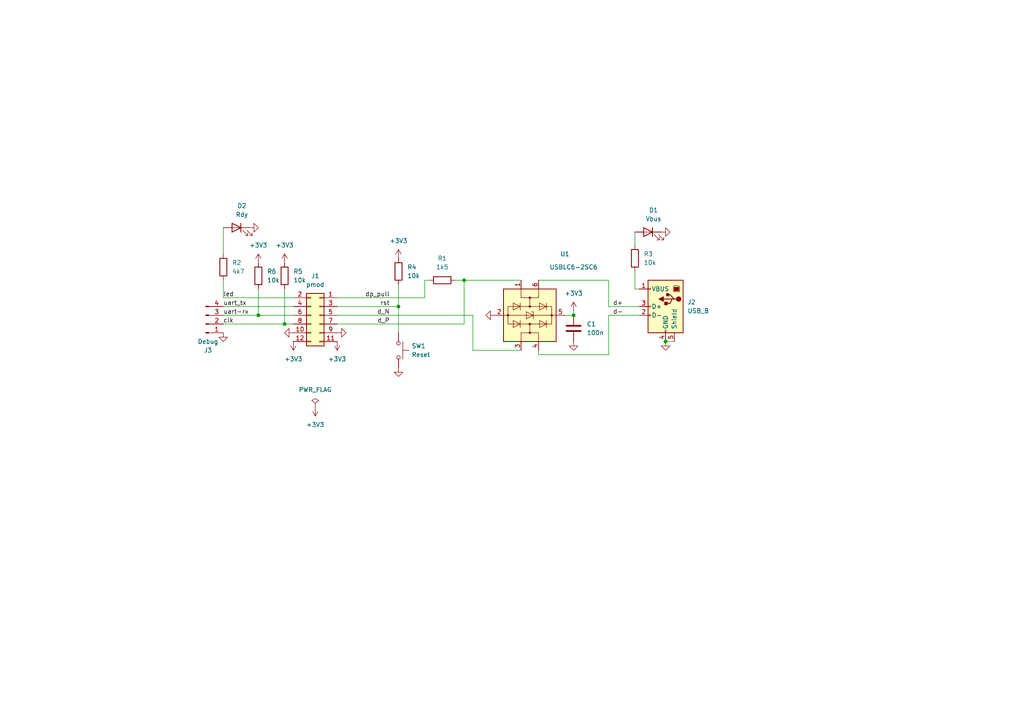
<source format=kicad_sch>
(kicad_sch (version 20230121) (generator eeschema)
  (paper "A4")
  (title_block (title "PMOD-USB") (date "2023-12-01") (rev "1.0") (company "S59MZ"))
  (lib_symbols
    (symbol "Connector:Conn_01x04_Pin" (pin_names (offset 1.016) hide)
      (property "Reference" "J" (at 0 5.08 0))
      (property "Value" "Conn_01x04_Pin" (at 0 -7.62 0))
      (symbol "Conn_01x04_Pin_1_1"
        (polyline (pts (xy 1.27 -5.08) (xy 0.8636 -5.08)) (stroke (width 0.1524)))
        (polyline (pts (xy 1.27 -2.54) (xy 0.8636 -2.54)) (stroke (width 0.1524)))
        (polyline (pts (xy 1.27 0) (xy 0.8636 0)) (stroke (width 0.1524)))
        (polyline (pts (xy 1.27 2.54) (xy 0.8636 2.54)) (stroke (width 0.1524)))
        (rectangle (start 0.8636 -4.953) (end 0 -5.207) (stroke (width 0.1524)) (fill (type outline)))
        (rectangle (start 0.8636 -2.413) (end 0 -2.667) (stroke (width 0.1524)) (fill (type outline)))
        (rectangle (start 0.8636 0.127) (end 0 -0.127) (stroke (width 0.1524)) (fill (type outline)))
        (rectangle (start 0.8636 2.667) (end 0 2.413) (stroke (width 0.1524)) (fill (type outline)))
        (pin passive line (at 5.08 2.54 180) (length 3.81) (name "Pin_1") (number "1"))
        (pin passive line (at 5.08 0 180) (length 3.81) (name "Pin_2") (number "2"))
        (pin passive line (at 5.08 -2.54 180) (length 3.81) (name "Pin_3") (number "3"))
        (pin passive line (at 5.08 -5.08 180) (length 3.81) (name "Pin_4") (number "4"))
      )
    )
    (symbol "Connector:USB_B" (pin_names (offset 1.016))
      (property "Reference" "J" (at -5.08 11.43 0))
      (property "Value" "USB_B" (at -5.08 8.89 0))
      (symbol "USB_B_0_1"
        (rectangle (start -5.08 -7.62) (end 5.08 7.62) (stroke (width 0.254)) (fill (type background)))
        (circle (center -3.81 2.159) (radius 0.635) (stroke (width 0.254)) (fill (type outline)))
        (rectangle (start -3.81 5.588) (end -2.54 4.572) (fill (type outline)))
        (circle (center -0.635 3.429) (radius 0.381) (stroke (width 0.254)) (fill (type outline)))
        (rectangle (start -0.127 -7.62) (end 0.127 -6.858))
        (polyline (pts (xy -1.905 2.159) (xy 0.635 2.159)) (stroke (width 0.254)))
        (polyline (pts (xy -3.175 2.159) (xy -2.54 2.159) (xy -1.27 3.429) (xy -0.635 3.429)) (stroke (width 0.254)))
        (polyline (pts (xy -2.54 2.159) (xy -1.905 2.159) (xy -1.27 0.889) (xy 0 0.889)) (stroke (width 0.254)))
        (polyline (pts (xy 0.635 2.794) (xy 0.635 1.524) (xy 1.905 2.159) (xy 0.635 2.794)) (stroke (width 0.254)) (fill (type outline)))
        (polyline (pts (xy -4.064 4.318) (xy -2.286 4.318) (xy -2.286 5.715) (xy -2.667 6.096) (xy -3.683 6.096) (xy -4.064 5.715) (xy -4.064 4.318)))
        (rectangle (start 0.254 1.27) (end -0.508 0.508) (stroke (width 0.254)) (fill (type outline)))
        (rectangle (start 5.08 -2.667) (end 4.318 -2.413))
        (rectangle (start 5.08 -0.127) (end 4.318 0.127))
        (rectangle (start 5.08 4.953) (end 4.318 5.207))
      )
      (symbol "USB_B_1_1"
        (pin power_out line (at 7.62 5.08 180) (length 2.54) (name "VBUS") (number "1"))
        (pin bidirectional line (at 7.62 -2.54 180) (length 2.54) (name "D-") (number "2"))
        (pin bidirectional line (at 7.62 0 180) (length 2.54) (name "D+") (number "3"))
        (pin power_out line (at 0 -10.16 90) (length 2.54) (name "GND") (number "4"))
        (pin passive line (at -2.54 -10.16 90) (length 2.54) (name "Shield") (number "5"))
      )
    )
    (symbol "Connector_Generic:Conn_02x06_Odd_Even" (pin_names (offset 1.016) hide)
      (property "Reference" "J" (at 1.27 7.62 0))
      (property "Value" "Conn_02x06_Odd_Even" (at 1.27 -10.16 0))
      (symbol "Conn_02x06_Odd_Even_1_1"
        (rectangle (start -1.27 -7.493) (end 0 -7.747) (stroke (width 0.1524)))
        (rectangle (start -1.27 -4.953) (end 0 -5.207) (stroke (width 0.1524)))
        (rectangle (start -1.27 -2.413) (end 0 -2.667) (stroke (width 0.1524)))
        (rectangle (start -1.27 0.127) (end 0 -0.127) (stroke (width 0.1524)))
        (rectangle (start -1.27 2.667) (end 0 2.413) (stroke (width 0.1524)))
        (rectangle (start -1.27 5.207) (end 0 4.953) (stroke (width 0.1524)))
        (rectangle (start -1.27 6.35) (end 3.81 -8.89) (stroke (width 0.254)) (fill (type background)))
        (rectangle (start 3.81 -7.493) (end 2.54 -7.747) (stroke (width 0.1524)))
        (rectangle (start 3.81 -4.953) (end 2.54 -5.207) (stroke (width 0.1524)))
        (rectangle (start 3.81 -2.413) (end 2.54 -2.667) (stroke (width 0.1524)))
        (rectangle (start 3.81 0.127) (end 2.54 -0.127) (stroke (width 0.1524)))
        (rectangle (start 3.81 2.667) (end 2.54 2.413) (stroke (width 0.1524)))
        (rectangle (start 3.81 5.207) (end 2.54 4.953) (stroke (width 0.1524)))
        (pin passive line (at -5.08 5.08 0) (length 3.81) (name "Pin_1") (number "1"))
        (pin passive line (at 7.62 -5.08 180) (length 3.81) (name "Pin_10") (number "10"))
        (pin passive line (at -5.08 -7.62 0) (length 3.81) (name "Pin_11") (number "11"))
        (pin passive line (at 7.62 -7.62 180) (length 3.81) (name "Pin_12") (number "12"))
        (pin passive line (at 7.62 5.08 180) (length 3.81) (name "Pin_2") (number "2"))
        (pin passive line (at -5.08 2.54 0) (length 3.81) (name "Pin_3") (number "3"))
        (pin passive line (at 7.62 2.54 180) (length 3.81) (name "Pin_4") (number "4"))
        (pin passive line (at -5.08 0 0) (length 3.81) (name "Pin_5") (number "5"))
        (pin passive line (at 7.62 0 180) (length 3.81) (name "Pin_6") (number "6"))
        (pin passive line (at -5.08 -2.54 0) (length 3.81) (name "Pin_7") (number "7"))
        (pin passive line (at 7.62 -2.54 180) (length 3.81) (name "Pin_8") (number "8"))
        (pin passive line (at -5.08 -5.08 0) (length 3.81) (name "Pin_9") (number "9"))
      )
    )
    (symbol "Device:C" (pin_numbers hide) (pin_names (offset 0.254))
      (property "Reference" "C" (at 0.635 2.54 0))
      (property "Value" "C" (at 0.635 -2.54 0))
      (symbol "C_0_1"
        (polyline (pts (xy -2.032 -0.762) (xy 2.032 -0.762)) (stroke (width 0.508)))
        (polyline (pts (xy -2.032 0.762) (xy 2.032 0.762)) (stroke (width 0.508)))
      )
      (symbol "C_1_1"
        (pin passive line (at 0 3.81 270) (length 2.794) (name "~") (number "1"))
        (pin passive line (at 0 -3.81 90) (length 2.794) (name "~") (number "2"))
      )
    )
    (symbol "Device:LED" (pin_numbers hide) (pin_names (offset 1.016) hide)
      (property "Reference" "D" (at 0 2.54 0))
      (property "Value" "LED" (at 0 -2.54 0))
      (symbol "LED_0_1"
        (polyline (pts (xy -1.27 -1.27) (xy -1.27 1.27)) (stroke (width 0.254)))
        (polyline (pts (xy -1.27 0) (xy 1.27 0)))
        (polyline (pts (xy 1.27 -1.27) (xy 1.27 1.27) (xy -1.27 0) (xy 1.27 -1.27)) (stroke (width 0.254)))
        (polyline (pts (xy -3.048 -0.762) (xy -4.572 -2.286) (xy -3.81 -2.286) (xy -4.572 -2.286) (xy -4.572 -1.524)))
        (polyline (pts (xy -1.778 -0.762) (xy -3.302 -2.286) (xy -2.54 -2.286) (xy -3.302 -2.286) (xy -3.302 -1.524)))
      )
      (symbol "LED_1_1"
        (pin passive line (at -3.81 0 0) (length 2.54) (name "K") (number "1"))
        (pin passive line (at 3.81 0 180) (length 2.54) (name "A") (number "2"))
      )
    )
    (symbol "Device:R" (pin_numbers hide) (pin_names (offset 0))
      (property "Reference" "R" (at 2.032 0 90))
      (property "Value" "R" (at 0 0 90))
      (symbol "R_0_1"
        (rectangle (start -1.016 -2.54) (end 1.016 2.54) (stroke (width 0.254)))
      )
      (symbol "R_1_1"
        (pin passive line (at 0 3.81 270) (length 1.27) (name "~") (number "1"))
        (pin passive line (at 0 -3.81 90) (length 1.27) (name "~") (number "2"))
      )
    )
    (symbol "PWR_FLAG_1" (power) (pin_numbers hide) (pin_names (offset 0) hide)
      (property "Value" "PWR_FLAG_1" (at 0 3.81 0))
      (symbol "PWR_FLAG_1_0_0"
        (pin power_out line (at 0 0 90) (length 0) (name "pwr") (number "1"))
      )
      (symbol "PWR_FLAG_1_0_1"
        (polyline (pts (xy 0 0) (xy 0 1.27) (xy -1.016 1.905) (xy 0 2.54) (xy 1.016 1.905) (xy 0 1.27)))
      )
    )
    (symbol "Power_Protection:USBLC6-2SC6" (pin_names hide)
      (property "Reference" "U" (at 2.54 8.89 0))
      (property "Value" "USBLC6-2SC6" (at 2.54 -8.89 0))
      (symbol "USBLC6-2SC6_0_1"
        (rectangle (start -7.62 -7.62) (end 7.62 7.62) (stroke (width 0.254)) (fill (type background)))
        (circle (center -5.08 0) (radius 0.254) (fill (type outline)))
        (circle (center -2.54 0) (radius 0.254) (fill (type outline)))
        (rectangle (start -2.54 6.35) (end 2.54 -6.35))
        (circle (center 0 -6.35) (radius 0.254) (fill (type outline)))
        (polyline (pts (xy -5.08 -2.54) (xy -7.62 -2.54)))
        (polyline (pts (xy -5.08 0) (xy -5.08 -2.54)))
        (polyline (pts (xy -5.08 2.54) (xy -7.62 2.54)))
        (polyline (pts (xy -1.524 -2.794) (xy -3.556 -2.794)))
        (polyline (pts (xy -1.524 4.826) (xy -3.556 4.826)))
        (polyline (pts (xy 0 -7.62) (xy 0 -6.35)))
        (polyline (pts (xy 0 -6.35) (xy 0 1.27)))
        (polyline (pts (xy 0 1.27) (xy 0 6.35)))
        (polyline (pts (xy 0 6.35) (xy 0 7.62)))
        (polyline (pts (xy 1.524 -2.794) (xy 3.556 -2.794)))
        (polyline (pts (xy 1.524 4.826) (xy 3.556 4.826)))
        (polyline (pts (xy 5.08 -2.54) (xy 7.62 -2.54)))
        (polyline (pts (xy 5.08 0) (xy 5.08 -2.54)))
        (polyline (pts (xy 5.08 2.54) (xy 7.62 2.54)))
        (polyline (pts (xy -2.54 0) (xy -5.08 0) (xy -5.08 2.54)))
        (polyline (pts (xy 2.54 0) (xy 5.08 0) (xy 5.08 2.54)))
        (polyline (pts (xy -3.556 -4.826) (xy -1.524 -4.826) (xy -2.54 -2.794) (xy -3.556 -4.826)))
        (polyline (pts (xy -3.556 2.794) (xy -1.524 2.794) (xy -2.54 4.826) (xy -3.556 2.794)))
        (polyline (pts (xy -1.016 -1.016) (xy 1.016 -1.016) (xy 0 1.016) (xy -1.016 -1.016)))
        (polyline (pts (xy 1.016 1.016) (xy 0.762 1.016) (xy -1.016 1.016) (xy -1.016 0.508)))
        (polyline (pts (xy 3.556 -4.826) (xy 1.524 -4.826) (xy 2.54 -2.794) (xy 3.556 -4.826)))
        (polyline (pts (xy 3.556 2.794) (xy 1.524 2.794) (xy 2.54 4.826) (xy 3.556 2.794)))
        (circle (center 0 6.35) (radius 0.254) (fill (type outline)))
        (circle (center 2.54 0) (radius 0.254) (fill (type outline)))
        (circle (center 5.08 0) (radius 0.254) (fill (type outline)))
      )
      (symbol "USBLC6-2SC6_1_1"
        (pin passive line (at -10.16 -2.54 0) (length 2.54) (name "I/O1") (number "1"))
        (pin passive line (at 0 -10.16 90) (length 2.54) (name "GND") (number "2"))
        (pin passive line (at 10.16 -2.54 180) (length 2.54) (name "I/O2") (number "3"))
        (pin passive line (at 10.16 2.54 180) (length 2.54) (name "I/O2") (number "4"))
        (pin passive line (at 0 10.16 270) (length 2.54) (name "VBUS") (number "5"))
        (pin passive line (at -10.16 2.54 0) (length 2.54) (name "I/O1") (number "6"))
      )
    )
    (symbol "Switch:SW_Push" (pin_numbers hide) (pin_names (offset 1.016) hide)
      (property "Reference" "SW" (at 1.27 2.54 0))
      (property "Value" "SW_Push" (at 0 -1.524 0))
      (symbol "SW_Push_0_1"
        (circle (center -2.032 0) (radius 0.508))
        (polyline (pts (xy 0 1.27) (xy 0 3.048)))
        (polyline (pts (xy 2.54 1.27) (xy -2.54 1.27)))
        (circle (center 2.032 0) (radius 0.508))
        (pin passive line (at -5.08 0 0) (length 2.54) (name "1") (number "1"))
        (pin passive line (at 5.08 0 180) (length 2.54) (name "2") (number "2"))
      )
    )
    (symbol "power:+3V3" (power) (pin_names (offset 0))
      (property "Value" "+3V3" (at 0 3.556 0))
      (symbol "+3V3_0_1"
        (polyline (pts (xy -0.762 1.27) (xy 0 2.54)))
        (polyline (pts (xy 0 0) (xy 0 2.54)))
        (polyline (pts (xy 0 2.54) (xy 0.762 1.27)))
      )
      (symbol "+3V3_1_1"
        (pin power_in line (at 0 0 90) (length 0) hide (name "+3V3") (number "1"))
      )
    )
    (symbol "power:GND" (power) (pin_names (offset 0))
      (property "Value" "GND" (at 0 -3.81 0))
      (symbol "GND_0_1"
        (polyline (pts (xy 0 0) (xy 0 -1.27) (xy 1.27 -1.27) (xy 0 -2.54) (xy -1.27 -1.27) (xy 0 -1.27)))
      )
      (symbol "GND_1_1"
        (pin power_in line (at 0 0 270) (length 0) hide (name "GND") (number "1"))
      )
    )
  )
  (junction (at 166.37 91.44))
  (junction (at 134.62 81.28))
  (junction (at 115.57 88.9))
  (junction (at 193.04 99.06))
  (junction (at 82.55 93.98))
  (junction (at 74.93 91.44))
  (wire (pts (xy 176.53 91.44) (xy 185.42 91.44)))
  (wire (pts (xy 176.53 102.87) (xy 176.53 91.44)))
  (wire (pts (xy 184.15 67.31) (xy 184.15 71.12)))
  (wire (pts (xy 184.15 83.82) (xy 184.15 78.74)))
  (wire (pts (xy 97.79 86.36) (xy 123.19 86.36)))
  (wire (pts (xy 97.79 91.44) (xy 137.16 91.44)))
  (wire (pts (xy 132.08 81.28) (xy 134.62 81.28)))
  (wire (pts (xy 123.19 81.28) (xy 124.46 81.28)))
  (wire (pts (xy 82.55 83.82) (xy 82.55 93.98)))
  (wire (pts (xy 74.93 83.82) (xy 74.93 91.44)))
  (wire (pts (xy 64.77 81.28) (xy 64.77 86.36)))
  (wire (pts (xy 97.79 93.98) (xy 134.62 93.98)))
  (wire (pts (xy 64.77 91.44) (xy 74.93 91.44)))
  (wire (pts (xy 97.79 88.9) (xy 115.57 88.9)))
  (wire (pts (xy 137.16 101.6) (xy 137.16 91.44)))
  (wire (pts (xy 123.19 81.28) (xy 123.19 86.36)))
  (wire (pts (xy 163.83 91.44) (xy 166.37 91.44)))
  (wire (pts (xy 185.42 83.82) (xy 184.15 83.82)))
  (wire (pts (xy 64.77 86.36) (xy 85.09 86.36)))
  (wire (pts (xy 156.21 102.87) (xy 176.53 102.87)))
  (wire (pts (xy 151.13 81.28) (xy 134.62 81.28)))
  (wire (pts (xy 176.53 88.9) (xy 185.42 88.9)))
  (wire (pts (xy 64.77 88.9) (xy 85.09 88.9)))
  (wire (pts (xy 82.55 93.98) (xy 85.09 93.98)))
  (wire (pts (xy 134.62 81.28) (xy 134.62 93.98)))
  (wire (pts (xy 156.21 101.6) (xy 156.21 102.87)))
  (wire (pts (xy 193.04 99.06) (xy 195.58 99.06)))
  (wire (pts (xy 156.21 81.28) (xy 176.53 81.28)))
  (wire (pts (xy 64.77 93.98) (xy 82.55 93.98)))
  (wire (pts (xy 115.57 88.9) (xy 115.57 96.52)))
  (wire (pts (xy 166.37 90.17) (xy 166.37 91.44)))
  (wire (pts (xy 64.77 66.04) (xy 64.77 73.66)))
  (wire (pts (xy 151.13 101.6) (xy 137.16 101.6)))
  (wire (pts (xy 115.57 82.55) (xy 115.57 88.9)))
  (wire (pts (xy 74.93 91.44) (xy 85.09 91.44)))
  (wire (pts (xy 176.53 81.28) (xy 176.53 88.9)))
  (label "uart-rx" (at 64.77 91.44 0))
  (label "d_P" (at 113.03 93.98 180))
  (label "d_N" (at 113.03 91.44 180))
  (label "rst" (at 113.03 88.9 180))
  (label "clk" (at 64.77 93.98 0))
  (label "led" (at 64.77 86.36 0))
  (label "d-" (at 177.8 91.44 0))
  (label "uart_tx" (at 64.77 88.9 0))
  (label "dp_pull" (at 113.03 86.36 180))
  (label "d+" (at 177.8 88.9 0))
  (symbol (lib_id "power:GND") (at 72.39 66.04 90) (unit 1)
    (property "Reference" "#PWR010" (effects hide))
    (property "Value" "GND" (effects hide))
  )
  (symbol (lib_id "power:GND") (at 143.51 91.44 270) (mirror x) (unit 1)
    (property "Reference" "#PWR07" (effects hide))
    (property "Value" "GND" (effects hide))
  )
  (symbol (lib_id "Device:LED") (at 187.96 67.31 0) (mirror y) (unit 1)
    (property "Reference" "D1" (at 189.5475 60.96 0))
    (property "Value" "Vbus" (at 189.5475 63.5 0))
    (property "Footprint" "LED_SMD:LED_0603_1608Metric_Pad1.05x0.95mm_HandSolder" (effects hide))
  )
  (symbol (lib_id "Switch:SW_Push") (at 115.57 101.6 270) (unit 1)
    (property "Reference" "SW1" (at 119.38 100.33 90) (effects (justify left)))
    (property "Value" "Reset" (at 119.38 102.87 90) (effects (justify left)))
    (property "Footprint" "Button_Switch_SMD:SW_SPST_FSMSM" (effects hide))
  )
  (symbol (lib_id "Connector:USB_B") (at 193.04 88.9 0) (mirror y) (unit 1)
    (property "Reference" "J2" (at 199.39 87.63 0) (effects (justify right)))
    (property "Value" "USB_B" (at 199.39 90.17 0) (effects (justify right)))
    (property "Footprint" "Connector_USB:USB_B_Lumberg_2411_02_Horizontal" (effects hide))
    (property "Datasheet" " ~" (effects hide))
  )
  (symbol (lib_id "power:+3V3") (at 74.93 76.2 0) (unit 1)
    (property "Reference" "#PWR016" (effects hide))
    (property "Value" "+3V3" (at 74.93 71.12 0))
  )
  (symbol (lib_id "power:+3V3") (at 85.09 99.06 180) (unit 1)
    (property "Reference" "#PWR02" (effects hide))
    (property "Value" "+3V3" (at 85.09 104.14 0))
  )
  (symbol (lib_id "Device:LED") (at 68.58 66.04 0) (mirror y) (unit 1)
    (property "Reference" "D2" (at 70.1675 59.69 0))
    (property "Value" "Rdy" (at 70.1675 62.23 0))
    (property "Footprint" "LED_SMD:LED_0603_1608Metric_Pad1.05x0.95mm_HandSolder" (effects hide))
  )
  (symbol (lib_id "power:GND") (at 64.77 96.52 0) (unit 1)
    (property "Reference" "#PWR014" (effects hide))
    (property "Value" "GND" (effects hide))
  )
  (symbol (lib_id "power:+3V3") (at 166.37 90.17 0) (unit 1)
    (property "Reference" "#PWR05" (effects hide))
    (property "Value" "+3V3" (at 166.37 85.09 0))
  )
  (symbol (lib_id "power:GND") (at 115.57 106.68 0) (unit 1)
    (property "Reference" "#PWR012" (effects hide))
    (property "Value" "GND" (effects hide))
  )
  (symbol (lib_id "Device:R") (at 115.57 78.74 0) (unit 1)
    (property "Reference" "R4" (at 118.11 77.47 0) (effects (justify left)))
    (property "Value" "10k" (at 118.11 80.01 0) (effects (justify left)))
    (property "Footprint" "Resistor_SMD:R_0603_1608Metric_Pad0.98x0.95mm_HandSolder" (effects hide))
  )
  (symbol (lib_id "Device:R") (at 184.15 74.93 0) (unit 1)
    (property "Reference" "R3" (at 186.69 73.66 0) (effects (justify left)))
    (property "Value" "10k" (at 186.69 76.2 0) (effects (justify left)))
    (property "Footprint" "Resistor_SMD:R_0603_1608Metric_Pad0.98x0.95mm_HandSolder" (effects hide))
  )
  (symbol (lib_id "Device:R") (at 82.55 80.01 0) (unit 1)
    (property "Reference" "R5" (at 85.09 78.74 0) (effects (justify left)))
    (property "Value" "10k" (at 85.09 81.28 0) (effects (justify left)))
    (property "Footprint" "Resistor_SMD:R_0603_1608Metric_Pad0.98x0.95mm_HandSolder" (effects hide))
  )
  (symbol (lib_id "power:GND") (at 193.04 99.06 0) (unit 1)
    (property "Reference" "#PWR013" (effects hide))
    (property "Value" "GND" (effects hide))
  )
  (symbol (lib_id "power:GND") (at 191.77 67.31 90) (unit 1)
    (property "Reference" "#PWR09" (effects hide))
    (property "Value" "GND" (effects hide))
  )
  (symbol (lib_id "power:+3V3") (at 97.79 99.06 180) (unit 1)
    (property "Reference" "#PWR04" (effects hide))
    (property "Value" "+3V3" (at 97.79 104.14 0))
  )
  (symbol (lib_id "Device:R") (at 64.77 77.47 0) (unit 1)
    (property "Reference" "R2" (at 67.31 76.2 0) (effects (justify left)))
    (property "Value" "4k7" (at 67.31 78.74 0) (effects (justify left)))
    (property "Footprint" "Resistor_SMD:R_0603_1608Metric_Pad0.98x0.95mm_HandSolder" (effects hide))
  )
  (symbol (lib_id "Device:R") (at 128.27 81.28 90) (unit 1)
    (property "Reference" "R1" (at 128.27 74.93 90))
    (property "Value" "1k5" (at 128.27 77.47 90))
    (property "Footprint" "Resistor_SMD:R_0603_1608Metric_Pad0.98x0.95mm_HandSolder" (effects hide))
  )
  (symbol (lib_id "power:GND") (at 166.37 99.06 0) (unit 1)
    (property "Reference" "#PWR06" (effects hide))
    (property "Value" "GND" (effects hide))
  )
  (symbol (lib_id "power:GND") (at 97.79 96.52 90) (unit 1)
    (property "Reference" "#PWR03" (effects hide))
    (property "Value" "GND" (effects hide))
  )
  (symbol (lib_name "PWR_FLAG_1") (lib_id "power:PWR_FLAG") (at 91.44 118.11 0) (unit 1)
    (property "Reference" "#FLG01" (effects hide))
    (property "Value" "PWR_FLAG" (at 91.44 113.03 0))
  )
  (symbol (lib_id "power:+3V3") (at 115.57 74.93 0) (unit 1)
    (property "Reference" "#PWR011" (effects hide))
    (property "Value" "+3V3" (at 115.57 69.85 0))
  )
  (symbol (lib_id "Power_Protection:USBLC6-2SC6") (at 153.67 91.44 270) (unit 1)
    (property "Reference" "U1" (at 163.83 73.66 90))
    (property "Value" "USBLC6-2SC6" (at 166.37 77.47 90))
    (property "Footprint" "Package_TO_SOT_SMD:SOT-23-6" (effects hide))
    (property "Datasheet" "https://www.st.com/resource/en/datasheet/usblc6-2.pdf" (effects hide))
  )
  (symbol (lib_id "power:+3V3") (at 82.55 76.2 0) (unit 1)
    (property "Reference" "#PWR015" (effects hide))
    (property "Value" "+3V3" (at 82.55 71.12 0))
  )
  (symbol (lib_id "Connector_Generic:Conn_02x06_Odd_Even") (at 92.71 91.44 0) (mirror y) (unit 1)
    (property "Reference" "J1" (at 91.44 80.01 0))
    (property "Value" "pmod" (at 91.44 82.55 0))
    (property "Footprint" "Connector_PinHeader_2.54mm:PinHeader_2x06_P2.54mm_Horizontal" (effects hide))
  )
  (symbol (lib_id "power:GND") (at 85.09 96.52 270) (mirror x) (unit 1)
    (property "Reference" "#PWR01" (effects hide))
    (property "Value" "GND" (effects hide))
  )
  (symbol (lib_id "Connector:Conn_01x04_Pin") (at 59.69 93.98 0) (mirror x) (unit 1)
    (property "Reference" "J3" (at 60.325 101.6 0))
    (property "Value" "Debug" (at 60.325 99.06 0))
    (property "Footprint" "Connector_PinHeader_2.54mm:PinHeader_1x04_P2.54mm_Vertical" (effects hide))
  )
  (symbol (lib_id "Device:C") (at 166.37 95.25 0) (unit 1)
    (property "Reference" "C1" (at 170.18 93.9799 0) (effects (justify left)))
    (property "Value" "100n" (at 170.18 96.5199 0) (effects (justify left)))
    (property "Footprint" "Capacitor_SMD:C_0603_1608Metric_Pad1.08x0.95mm_HandSolder" (effects hide))
  )
  (symbol (lib_id "Device:R") (at 74.93 80.01 0) (unit 1)
    (property "Reference" "R6" (at 77.47 78.74 0) (effects (justify left)))
    (property "Value" "10k" (at 77.47 81.28 0) (effects (justify left)))
    (property "Footprint" "Resistor_SMD:R_0603_1608Metric_Pad0.98x0.95mm_HandSolder" (effects hide))
  )
  (symbol (lib_id "power:+3V3") (at 91.44 118.11 180) (unit 1)
    (property "Reference" "#PWR08" (effects hide))
    (property "Value" "+3V3" (at 91.44 123.19 0))
  )
)
</source>
